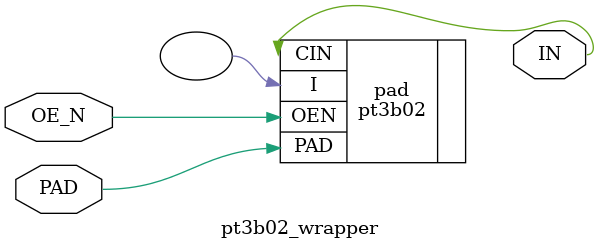
<source format=v>
`include "pt3b02.v"
module pt3b02_wrapper(output IN, inout PAD, input OE_N);
pt3b02 pad(.CIN(IN), .OEN(OE_N), .I(), .PAD(PAD));

endmodule

</source>
